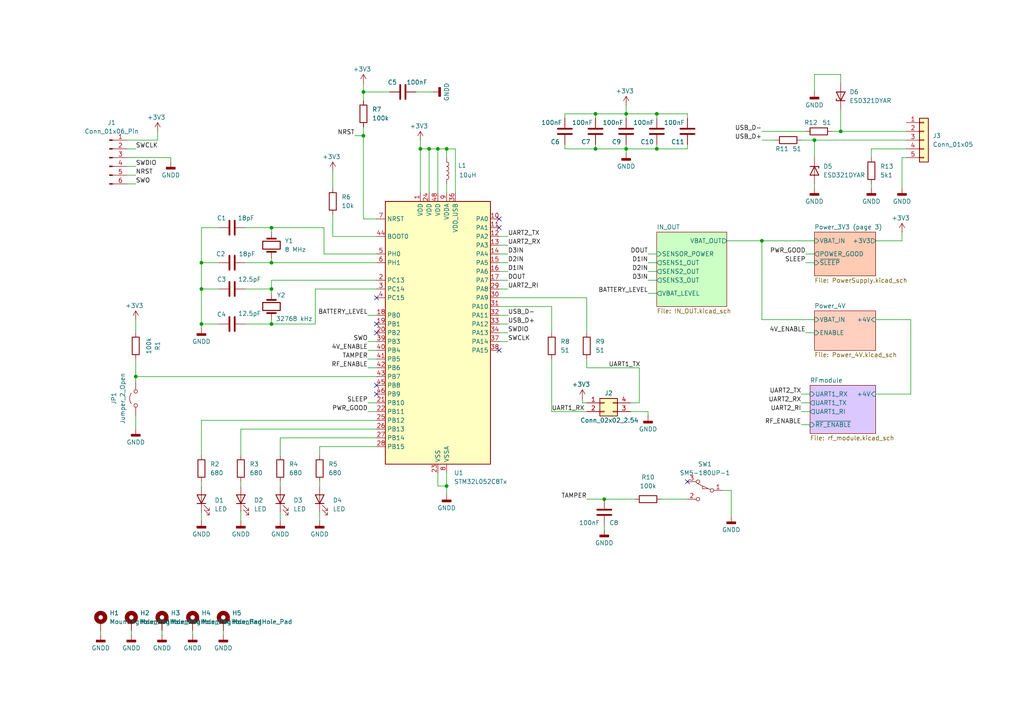
<source format=kicad_sch>
(kicad_sch (version 20250114) (generator "eeschema") (generator_version "9.0")
  (paper "A4")
  (lib_symbols
    (symbol "Connector:Conn_01x06_Pin" (pin_names (offset 1.016) (hide yes))
      (property "Reference" "J" (at 0 7.62 0))
      (property "Value" "Conn_01x06_Pin" (at 0 -10.16 0))
      (symbol "Conn_01x06_Pin_1_1"
        (rectangle (start 0.8636 5.207) (end 0 4.953) (stroke (width 0.1524)) (fill (type outline)))
        (rectangle (start 0.8636 2.667) (end 0 2.413) (stroke (width 0.1524)) (fill (type outline)))
        (rectangle (start 0.8636 0.127) (end 0 -0.127) (stroke (width 0.1524)) (fill (type outline)))
        (rectangle (start 0.8636 -2.413) (end 0 -2.667) (stroke (width 0.1524)) (fill (type outline)))
        (rectangle (start 0.8636 -4.953) (end 0 -5.207) (stroke (width 0.1524)) (fill (type outline)))
        (rectangle (start 0.8636 -7.493) (end 0 -7.747) (stroke (width 0.1524)) (fill (type outline)))
        (polyline (pts (xy 1.27 5.08) (xy 0.8636 5.08)) (stroke (width 0.1524)))
        (polyline (pts (xy 1.27 2.54) (xy 0.8636 2.54)) (stroke (width 0.1524)))
        (polyline (pts (xy 1.27 0) (xy 0.8636 0)) (stroke (width 0.1524)))
        (polyline (pts (xy 1.27 -2.54) (xy 0.8636 -2.54)) (stroke (width 0.1524)))
        (polyline (pts (xy 1.27 -5.08) (xy 0.8636 -5.08)) (stroke (width 0.1524)))
        (polyline (pts (xy 1.27 -7.62) (xy 0.8636 -7.62)) (stroke (width 0.1524)))
        (pin passive line (at 5.08 5.08 180) (length 3.81) (name "Pin_1") (number "1"))
        (pin passive line (at 5.08 2.54 180) (length 3.81) (name "Pin_2") (number "2"))
        (pin passive line (at 5.08 0 180) (length 3.81) (name "Pin_3") (number "3"))
        (pin passive line (at 5.08 -2.54 180) (length 3.81) (name "Pin_4") (number "4"))
        (pin passive line (at 5.08 -5.08 180) (length 3.81) (name "Pin_5") (number "5"))
        (pin passive line (at 5.08 -7.62 180) (length 3.81) (name "Pin_6") (number "6"))
      )
    )
    (symbol "Connector_Generic:Conn_01x05" (pin_names (offset 1.016) (hide yes))
      (property "Reference" "J" (at 0 7.62 0))
      (property "Value" "Conn_01x05" (at 0 -7.62 0))
      (symbol "Conn_01x05_1_1"
        (rectangle (start -1.27 6.35) (end 1.27 -6.35) (stroke (width 0.254)) (fill (type background)))
        (rectangle (start -1.27 5.207) (end 0 4.953) (stroke (width 0.1524)))
        (rectangle (start -1.27 2.667) (end 0 2.413) (stroke (width 0.1524)))
        (rectangle (start -1.27 0.127) (end 0 -0.127) (stroke (width 0.1524)))
        (rectangle (start -1.27 -2.413) (end 0 -2.667) (stroke (width 0.1524)))
        (rectangle (start -1.27 -4.953) (end 0 -5.207) (stroke (width 0.1524)))
        (pin passive line (at -5.08 5.08 0) (length 3.81) (name "Pin_1") (number "1"))
        (pin passive line (at -5.08 2.54 0) (length 3.81) (name "Pin_2") (number "2"))
        (pin passive line (at -5.08 0 0) (length 3.81) (name "Pin_3") (number "3"))
        (pin passive line (at -5.08 -2.54 0) (length 3.81) (name "Pin_4") (number "4"))
        (pin passive line (at -5.08 -5.08 0) (length 3.81) (name "Pin_5") (number "5"))
      )
    )
    (symbol "Connector_Generic:Conn_02x02_Counter_Clockwise" (pin_names (offset 1.016) (hide yes))
      (property "Reference" "J" (at 1.27 2.54 0))
      (property "Value" "Conn_02x02_Counter_Clockwise" (at 1.27 -5.08 0))
      (symbol "Conn_02x02_Counter_Clockwise_1_1"
        (rectangle (start -1.27 1.27) (end 3.81 -3.81) (stroke (width 0.254)) (fill (type background)))
        (rectangle (start -1.27 0.127) (end 0 -0.127) (stroke (width 0.1524)))
        (rectangle (start -1.27 -2.413) (end 0 -2.667) (stroke (width 0.1524)))
        (rectangle (start 3.81 0.127) (end 2.54 -0.127) (stroke (width 0.1524)))
        (rectangle (start 3.81 -2.413) (end 2.54 -2.667) (stroke (width 0.1524)))
        (pin passive line (at -5.08 0 0) (length 3.81) (name "Pin_1") (number "1"))
        (pin passive line (at -5.08 -2.54 0) (length 3.81) (name "Pin_2") (number "2"))
        (pin passive line (at 7.62 0 180) (length 3.81) (name "Pin_4") (number "4"))
        (pin passive line (at 7.62 -2.54 180) (length 3.81) (name "Pin_3") (number "3"))
      )
    )
    (symbol "Device:C" (pin_numbers (hide yes)) (pin_names (offset 0.254))
      (property "Reference" "C" (at 0.635 2.54 0))
      (property "Value" "C" (at 0.635 -2.54 0))
      (symbol "C_0_1"
        (polyline (pts (xy -2.032 0.762) (xy 2.032 0.762)) (stroke (width 0.508)))
        (polyline (pts (xy -2.032 -0.762) (xy 2.032 -0.762)) (stroke (width 0.508)))
      )
      (symbol "C_1_1"
        (pin passive line (at 0 3.81 270) (length 2.794) (name "~") (number "1"))
        (pin passive line (at 0 -3.81 90) (length 2.794) (name "~") (number "2"))
      )
    )
    (symbol "Device:Crystal" (pin_numbers (hide yes)) (pin_names (offset 1.016) (hide yes))
      (property "Reference" "Y" (at 0 3.81 0))
      (property "Value" "Crystal" (at 0 -3.81 0))
      (symbol "Crystal_0_1"
        (polyline (pts (xy -2.54 0) (xy -1.905 0)))
        (polyline (pts (xy -1.905 -1.27) (xy -1.905 1.27)) (stroke (width 0.508)))
        (rectangle (start -1.143 2.54) (end 1.143 -2.54) (stroke (width 0.3048)))
        (polyline (pts (xy 1.905 -1.27) (xy 1.905 1.27)) (stroke (width 0.508)))
        (polyline (pts (xy 2.54 0) (xy 1.905 0)))
      )
      (symbol "Crystal_1_1"
        (pin passive line (at -3.81 0 0) (length 1.27) (name "1") (number "1"))
        (pin passive line (at 3.81 0 180) (length 1.27) (name "2") (number "2"))
      )
    )
    (symbol "Device:L" (pin_numbers (hide yes)) (pin_names (offset 1.016) (hide yes))
      (property "Reference" "L" (at -1.27 0 90))
      (property "Value" "L" (at 1.905 0 90))
      (symbol "L_0_1"
        (arc (start 0 2.54) (mid 0.6323 1.905) (end 0 1.27))
        (arc (start 0 1.27) (mid 0.6323 0.635) (end 0 0))
        (arc (start 0 0) (mid 0.6323 -0.635) (end 0 -1.27))
        (arc (start 0 -1.27) (mid 0.6323 -1.905) (end 0 -2.54))
      )
      (symbol "L_1_1"
        (pin passive line (at 0 3.81 270) (length 1.27) (name "1") (number "1"))
        (pin passive line (at 0 -3.81 90) (length 1.27) (name "2") (number "2"))
      )
    )
    (symbol "Device:LED" (pin_numbers (hide yes)) (pin_names (offset 1.016) (hide yes))
      (property "Reference" "D" (at 0 2.54 0))
      (property "Value" "LED" (at 0 -2.54 0))
      (symbol "LED_0_1"
        (polyline (pts (xy -3.048 -0.762) (xy -4.572 -2.286) (xy -3.81 -2.286) (xy -4.572 -2.286) (xy -4.572 -1.524)))
        (polyline (pts (xy -1.778 -0.762) (xy -3.302 -2.286) (xy -2.54 -2.286) (xy -3.302 -2.286) (xy -3.302 -1.524)))
        (polyline (pts (xy -1.27 0) (xy 1.27 0)))
        (polyline (pts (xy -1.27 -1.27) (xy -1.27 1.27)) (stroke (width 0.254)))
        (polyline (pts (xy 1.27 -1.27) (xy 1.27 1.27) (xy -1.27 0) (xy 1.27 -1.27)) (stroke (width 0.254)))
      )
      (symbol "LED_1_1"
        (pin passive line (at -3.81 0 0) (length 2.54) (name "K") (number "1"))
        (pin passive line (at 3.81 0 180) (length 2.54) (name "A") (number "2"))
      )
    )
    (symbol "Device:R" (pin_numbers (hide yes)) (pin_names (offset 0))
      (property "Reference" "R" (at 2.032 0 90))
      (property "Value" "R" (at 0 0 90))
      (symbol "R_0_1"
        (rectangle (start -1.016 -2.54) (end 1.016 2.54) (stroke (width 0.254)))
      )
      (symbol "R_1_1"
        (pin passive line (at 0 3.81 270) (length 1.27) (name "~") (number "1"))
        (pin passive line (at 0 -3.81 90) (length 1.27) (name "~") (number "2"))
      )
    )
    (symbol "Diode:ESD5Zxx" (pin_numbers (hide yes)) (pin_names (hide yes))
      (property "Reference" "D" (at 0 2.54 0))
      (property "Value" "ESD5Zxx" (at 0 -2.54 0))
      (symbol "ESD5Zxx_0_1"
        (polyline (pts (xy -1.27 -1.27) (xy -1.27 1.27) (xy -0.762 1.27)) (stroke (width 0.254)))
        (polyline (pts (xy 1.27 0) (xy -1.27 0)))
        (polyline (pts (xy 1.27 -1.27) (xy 1.27 1.27) (xy -1.27 0) (xy 1.27 -1.27)) (stroke (width 0.254)))
      )
      (symbol "ESD5Zxx_1_1"
        (pin passive line (at -3.81 0 0) (length 2.54) (name "K") (number "1"))
        (pin passive line (at 3.81 0 180) (length 2.54) (name "A") (number "2"))
      )
    )
    (symbol "Jumper:Jumper_2_Open" (pin_numbers (hide yes)) (pin_names (offset 0) (hide yes)) (exclude_from_sim yes)
      (property "Reference" "JP" (at 0 2.794 0))
      (property "Value" "Jumper_2_Open" (at 0 -2.286 0))
      (symbol "Jumper_2_Open_0_0"
        (circle (center -2.032 0) (radius 0.508))
        (circle (center 2.032 0) (radius 0.508))
      )
      (symbol "Jumper_2_Open_0_1"
        (arc (start -1.524 1.27) (mid 0 1.778) (end 1.524 1.27))
      )
      (symbol "Jumper_2_Open_1_1"
        (pin passive line (at -5.08 0 0) (length 2.54) (name "A") (number "1"))
        (pin passive line (at 5.08 0 180) (length 2.54) (name "B") (number "2"))
      )
    )
    (symbol "MCU_ST_STM32L0:STM32L052C8Tx"
      (property "Reference" "U" (at -15.24 39.37 0))
      (property "Value" "STM32L052C8Tx" (at 7.62 39.37 0))
      (symbol "STM32L052C8Tx_0_1"
        (rectangle (start -15.24 -38.1) (end 15.24 38.1) (stroke (width 0.254)) (fill (type background)))
      )
      (symbol "STM32L052C8Tx_1_1"
        (pin input line (at -17.78 33.02 0) (length 2.54) (name "NRST") (number "7"))
        (pin input line (at -17.78 27.94 0) (length 2.54) (name "BOOT0") (number "44"))
        (pin bidirectional line (at -17.78 22.86 0) (length 2.54) (name "PH0") (number "5"))
        (pin bidirectional line (at -17.78 20.32 0) (length 2.54) (name "PH1") (number "6"))
        (pin bidirectional line (at -17.78 15.24 0) (length 2.54) (name "PC13") (number "2"))
        (pin bidirectional line (at -17.78 12.7 0) (length 2.54) (name "PC14") (number "3"))
        (pin bidirectional line (at -17.78 10.16 0) (length 2.54) (name "PC15") (number "4"))
        (pin bidirectional line (at -17.78 5.08 0) (length 2.54) (name "PB0") (number "18"))
        (pin bidirectional line (at -17.78 2.54 0) (length 2.54) (name "PB1") (number "19"))
        (pin bidirectional line (at -17.78 0 0) (length 2.54) (name "PB2") (number "20"))
        (pin bidirectional line (at -17.78 -2.54 0) (length 2.54) (name "PB3") (number "39"))
        (pin bidirectional line (at -17.78 -5.08 0) (length 2.54) (name "PB4") (number "40"))
        (pin bidirectional line (at -17.78 -7.62 0) (length 2.54) (name "PB5") (number "41"))
        (pin bidirectional line (at -17.78 -10.16 0) (length 2.54) (name "PB6") (number "42"))
        (pin bidirectional line (at -17.78 -12.7 0) (length 2.54) (name "PB7") (number "43"))
        (pin bidirectional line (at -17.78 -15.24 0) (length 2.54) (name "PB8") (number "45"))
        (pin bidirectional line (at -17.78 -17.78 0) (length 2.54) (name "PB9") (number "46"))
        (pin bidirectional line (at -17.78 -20.32 0) (length 2.54) (name "PB10") (number "21"))
        (pin bidirectional line (at -17.78 -22.86 0) (length 2.54) (name "PB11") (number "22"))
        (pin bidirectional line (at -17.78 -25.4 0) (length 2.54) (name "PB12") (number "25"))
        (pin bidirectional line (at -17.78 -27.94 0) (length 2.54) (name "PB13") (number "26"))
        (pin bidirectional line (at -17.78 -30.48 0) (length 2.54) (name "PB14") (number "27"))
        (pin bidirectional line (at -17.78 -33.02 0) (length 2.54) (name "PB15") (number "28"))
        (pin power_in line (at -5.08 40.64 270) (length 2.54) (name "VDD") (number "1"))
        (pin power_in line (at -2.54 40.64 270) (length 2.54) (name "VDD") (number "24"))
        (pin power_in line (at 0 40.64 270) (length 2.54) (name "VDD") (number "48"))
        (pin power_in line (at 0 -40.64 90) (length 2.54) (name "VSS") (number "23"))
        (pin passive line (at 0 -40.64 90) (length 2.54) (hide yes) (name "VSS") (number "35"))
        (pin passive line (at 0 -40.64 90) (length 2.54) (hide yes) (name "VSS") (number "47"))
        (pin power_in line (at 2.54 40.64 270) (length 2.54) (name "VDDA") (number "9"))
        (pin power_in line (at 2.54 -40.64 90) (length 2.54) (name "VSSA") (number "8"))
        (pin power_in line (at 5.08 40.64 270) (length 2.54) (name "VDD_USB") (number "36"))
        (pin bidirectional line (at 17.78 33.02 180) (length 2.54) (name "PA0") (number "10"))
        (pin bidirectional line (at 17.78 30.48 180) (length 2.54) (name "PA1") (number "11"))
        (pin bidirectional line (at 17.78 27.94 180) (length 2.54) (name "PA2") (number "12"))
        (pin bidirectional line (at 17.78 25.4 180) (length 2.54) (name "PA3") (number "13"))
        (pin bidirectional line (at 17.78 22.86 180) (length 2.54) (name "PA4") (number "14"))
        (pin bidirectional line (at 17.78 20.32 180) (length 2.54) (name "PA5") (number "15"))
        (pin bidirectional line (at 17.78 17.78 180) (length 2.54) (name "PA6") (number "16"))
        (pin bidirectional line (at 17.78 15.24 180) (length 2.54) (name "PA7") (number "17"))
        (pin bidirectional line (at 17.78 12.7 180) (length 2.54) (name "PA8") (number "29"))
        (pin bidirectional line (at 17.78 10.16 180) (length 2.54) (name "PA9") (number "30"))
        (pin bidirectional line (at 17.78 7.62 180) (length 2.54) (name "PA10") (number "31"))
        (pin bidirectional line (at 17.78 5.08 180) (length 2.54) (name "PA11") (number "32"))
        (pin bidirectional line (at 17.78 2.54 180) (length 2.54) (name "PA12") (number "33"))
        (pin bidirectional line (at 17.78 0 180) (length 2.54) (name "PA13") (number "34"))
        (pin bidirectional line (at 17.78 -2.54 180) (length 2.54) (name "PA14") (number "37"))
        (pin bidirectional line (at 17.78 -5.08 180) (length 2.54) (name "PA15") (number "38"))
      )
    )
    (symbol "Mechanical:MountingHole_Pad" (pin_numbers (hide yes)) (pin_names (offset 1.016) (hide yes)) (exclude_from_sim yes) (in_bom no)
      (property "Reference" "H" (at 0 6.35 0))
      (property "Value" "MountingHole_Pad" (at 0 4.445 0))
      (symbol "MountingHole_Pad_0_1"
        (circle (center 0 1.27) (radius 1.27) (stroke (width 1.27)))
      )
      (symbol "MountingHole_Pad_1_1"
        (pin input line (at 0 -2.54 90) (length 2.54) (name "1") (number "1"))
      )
    )
    (symbol "power:+3.3V" (power) (pin_numbers (hide yes)) (pin_names (offset 0) (hide yes))
      (property "Value" "+3.3V" (at 0 3.556 0))
      (symbol "+3.3V_0_1"
        (polyline (pts (xy -0.762 1.27) (xy 0 2.54)))
        (polyline (pts (xy 0 2.54) (xy 0.762 1.27)))
        (polyline (pts (xy 0 0) (xy 0 2.54)))
      )
      (symbol "+3.3V_1_1"
        (pin power_in line (at 0 0 90) (length 0) (name "~") (number "1"))
      )
    )
    (symbol "power:GNDD" (power) (pin_numbers (hide yes)) (pin_names (offset 0) (hide yes))
      (property "Value" "GNDD" (at 0 -3.175 0))
      (symbol "GNDD_0_1"
        (rectangle (start -1.27 -1.524) (end 1.27 -2.032) (stroke (width 0.254)) (fill (type outline)))
        (polyline (pts (xy 0 0) (xy 0 -1.524)))
      )
      (symbol "GNDD_1_1"
        (pin power_in line (at 0 0 270) (length 0) (name "~") (number "1"))
      )
    )
    (symbol "symbols:SW_SPDT_XKB_SMx-xxxx-1" (pin_names (offset 0) (hide yes))
      (property "Reference" "SW" (at 0 4.318 0))
      (property "Value" "SW_SPDT_XKB_SMx-xxxx-1" (at 0 -5.588 0))
      (symbol "SW_SPDT_XKB_SMx-xxxx-1_1_1"
        (circle (center -2.032 0) (radius 0.508))
        (polyline (pts (xy -1.524 0.254) (xy 2.286 2.032)))
        (polyline (pts (xy -0.762 0.508) (xy 0.762 0.508) (xy 0.762 1.27)))
        (circle (center 2.032 2.54) (radius 0.508))
        (circle (center 2.032 -2.54) (radius 0.508))
        (pin passive line (at -5.08 0 0) (length 2.54) (name "A") (number "1"))
        (pin passive line (at 5.08 2.54 180) (length 2.54) (name "C") (number "3"))
        (pin passive line (at 5.08 -2.54 180) (length 2.54) (name "B") (number "2"))
      )
    )
  )
  (junction (at 58.42 76.2))
  (junction (at 243.84 38.1))
  (junction (at 78.74 76.2))
  (junction (at 175.26 144.78))
  (junction (at 236.22 40.64))
  (junction (at 78.74 66.04))
  (junction (at 105.41 39.37))
  (junction (at 129.54 43.18))
  (junction (at 58.42 83.82))
  (junction (at 105.41 26.67))
  (junction (at 129.54 140.97))
  (junction (at 181.61 33.02))
  (junction (at 172.72 43.18))
  (junction (at 58.42 93.98))
  (junction (at 39.37 109.22))
  (junction (at 172.72 33.02))
  (junction (at 190.5 43.18))
  (junction (at 181.61 43.18))
  (junction (at 190.5 33.02))
  (junction (at 78.74 93.98))
  (junction (at 121.92 43.18))
  (junction (at 220.98 69.85))
  (junction (at 127 43.18))
  (junction (at 124.46 43.18))
  (junction (at 78.74 83.82))
  (no_connect (at 144.78 101.6))
  (no_connect (at 144.78 66.04))
  (no_connect (at 109.22 111.76))
  (no_connect (at 144.78 63.5))
  (no_connect (at 109.22 93.98))
  (no_connect (at 109.22 114.3))
  (no_connect (at 199.39 139.7))
  (no_connect (at 109.22 96.52))
  (no_connect (at 109.22 86.36))
  (wire (pts (xy 187.96 78.74) (xy 190.5 78.74)))
  (wire (pts (xy 172.72 33.02) (xy 172.72 34.29)))
  (wire (pts (xy 64.77 182.88) (xy 64.77 184.15)))
  (wire (pts (xy 233.68 76.2) (xy 236.22 76.2)))
  (wire (pts (xy 129.54 43.18) (xy 127 43.18)))
  (wire (pts (xy 144.78 96.52) (xy 147.32 96.52)))
  (wire (pts (xy 172.72 41.91) (xy 172.72 43.18)))
  (wire (pts (xy 160.02 104.14) (xy 160.02 119.38)))
  (wire (pts (xy 129.54 43.18) (xy 129.54 45.72)))
  (wire (pts (xy 236.22 21.59) (xy 243.84 21.59)))
  (wire (pts (xy 209.55 142.24) (xy 212.09 142.24)))
  (wire (pts (xy 71.12 83.82) (xy 78.74 83.82)))
  (wire (pts (xy 121.92 43.18) (xy 124.46 43.18)))
  (wire (pts (xy 232.41 119.38) (xy 234.95 119.38)))
  (wire (pts (xy 132.08 55.88) (xy 132.08 43.18)))
  (wire (pts (xy 220.98 38.1) (xy 233.68 38.1)))
  (wire (pts (xy 58.42 76.2) (xy 63.5 76.2)))
  (wire (pts (xy 254 114.3) (xy 264.16 114.3)))
  (wire (pts (xy 71.12 66.04) (xy 78.74 66.04)))
  (wire (pts (xy 69.85 139.7) (xy 69.85 140.97)))
  (wire (pts (xy 81.28 127) (xy 109.22 127)))
  (wire (pts (xy 121.92 40.64) (xy 121.92 43.18)))
  (wire (pts (xy 220.98 40.64) (xy 224.79 40.64)))
  (wire (pts (xy 78.74 92.71) (xy 78.74 93.98)))
  (wire (pts (xy 92.71 139.7) (xy 92.71 140.97)))
  (wire (pts (xy 78.74 83.82) (xy 78.74 85.09)))
  (wire (pts (xy 58.42 66.04) (xy 58.42 76.2)))
  (wire (pts (xy 168.91 115.57) (xy 168.91 116.84)))
  (wire (pts (xy 232.41 123.19) (xy 234.95 123.19)))
  (wire (pts (xy 58.42 93.98) (xy 58.42 95.25)))
  (wire (pts (xy 105.41 26.67) (xy 105.41 29.21)))
  (wire (pts (xy 144.78 76.2) (xy 147.32 76.2)))
  (wire (pts (xy 181.61 33.02) (xy 190.5 33.02)))
  (wire (pts (xy 236.22 45.72) (xy 236.22 40.64)))
  (wire (pts (xy 39.37 109.22) (xy 109.22 109.22)))
  (wire (pts (xy 105.41 24.13) (xy 105.41 26.67)))
  (wire (pts (xy 58.42 83.82) (xy 58.42 93.98)))
  (wire (pts (xy 184.15 144.78) (xy 175.26 144.78)))
  (wire (pts (xy 106.68 101.6) (xy 109.22 101.6)))
  (wire (pts (xy 181.61 43.18) (xy 190.5 43.18)))
  (wire (pts (xy 163.83 34.29) (xy 163.83 33.02)))
  (wire (pts (xy 252.73 45.72) (xy 252.73 43.18)))
  (wire (pts (xy 187.96 73.66) (xy 190.5 73.66)))
  (wire (pts (xy 181.61 41.91) (xy 181.61 43.18)))
  (wire (pts (xy 36.83 48.26) (xy 39.37 48.26)))
  (wire (pts (xy 55.88 182.88) (xy 55.88 184.15)))
  (wire (pts (xy 243.84 21.59) (xy 243.84 24.13)))
  (wire (pts (xy 105.41 63.5) (xy 109.22 63.5)))
  (wire (pts (xy 58.42 93.98) (xy 63.5 93.98)))
  (wire (pts (xy 58.42 121.92) (xy 109.22 121.92)))
  (wire (pts (xy 109.22 106.68) (xy 106.68 106.68)))
  (wire (pts (xy 39.37 109.22) (xy 39.37 110.49)))
  (wire (pts (xy 78.74 93.98) (xy 91.44 93.98)))
  (wire (pts (xy 71.12 76.2) (xy 78.74 76.2)))
  (wire (pts (xy 144.78 99.06) (xy 147.32 99.06)))
  (wire (pts (xy 191.77 144.78) (xy 199.39 144.78)))
  (wire (pts (xy 105.41 39.37) (xy 105.41 63.5)))
  (wire (pts (xy 175.26 152.4) (xy 175.26 153.67)))
  (wire (pts (xy 120.65 26.67) (xy 125.73 26.67)))
  (wire (pts (xy 39.37 92.71) (xy 39.37 96.52)))
  (wire (pts (xy 236.22 40.64) (xy 262.89 40.64)))
  (wire (pts (xy 252.73 43.18) (xy 262.89 43.18)))
  (wire (pts (xy 36.83 53.34) (xy 39.37 53.34)))
  (wire (pts (xy 232.41 40.64) (xy 236.22 40.64)))
  (wire (pts (xy 172.72 33.02) (xy 181.61 33.02)))
  (wire (pts (xy 254 92.71) (xy 264.16 92.71)))
  (wire (pts (xy 210.82 69.85) (xy 220.98 69.85)))
  (wire (pts (xy 106.68 116.84) (xy 109.22 116.84)))
  (wire (pts (xy 91.44 93.98) (xy 91.44 83.82)))
  (wire (pts (xy 58.42 139.7) (xy 58.42 140.97)))
  (wire (pts (xy 71.12 93.98) (xy 78.74 93.98)))
  (wire (pts (xy 106.68 119.38) (xy 109.22 119.38)))
  (wire (pts (xy 49.53 45.72) (xy 49.53 46.99)))
  (wire (pts (xy 160.02 88.9) (xy 144.78 88.9)))
  (wire (pts (xy 264.16 92.71) (xy 264.16 114.3)))
  (wire (pts (xy 144.78 91.44) (xy 147.32 91.44)))
  (wire (pts (xy 58.42 132.08) (xy 58.42 121.92)))
  (wire (pts (xy 58.42 83.82) (xy 63.5 83.82)))
  (wire (pts (xy 78.74 81.28) (xy 109.22 81.28)))
  (wire (pts (xy 170.18 144.78) (xy 175.26 144.78)))
  (wire (pts (xy 144.78 78.74) (xy 147.32 78.74)))
  (wire (pts (xy 96.52 49.53) (xy 96.52 54.61)))
  (wire (pts (xy 132.08 43.18) (xy 129.54 43.18)))
  (wire (pts (xy 181.61 43.18) (xy 181.61 44.45)))
  (wire (pts (xy 236.22 53.34) (xy 236.22 54.61)))
  (wire (pts (xy 29.21 182.88) (xy 29.21 184.15)))
  (wire (pts (xy 233.68 96.52) (xy 236.22 96.52)))
  (wire (pts (xy 92.71 148.59) (xy 92.71 151.13)))
  (wire (pts (xy 69.85 148.59) (xy 69.85 151.13)))
  (wire (pts (xy 234.95 116.84) (xy 232.41 116.84)))
  (wire (pts (xy 127 55.88) (xy 127 43.18)))
  (wire (pts (xy 92.71 129.54) (xy 109.22 129.54)))
  (wire (pts (xy 262.89 45.72) (xy 261.62 45.72)))
  (wire (pts (xy 236.22 92.71) (xy 220.98 92.71)))
  (wire (pts (xy 121.92 43.18) (xy 121.92 55.88)))
  (wire (pts (xy 236.22 26.67) (xy 236.22 21.59)))
  (wire (pts (xy 187.96 119.38) (xy 187.96 120.65)))
  (wire (pts (xy 144.78 83.82) (xy 147.32 83.82)))
  (wire (pts (xy 69.85 132.08) (xy 69.85 124.46)))
  (wire (pts (xy 39.37 120.65) (xy 39.37 124.46)))
  (wire (pts (xy 127 140.97) (xy 129.54 140.97)))
  (wire (pts (xy 190.5 33.02) (xy 199.39 33.02)))
  (wire (pts (xy 78.74 66.04) (xy 93.98 66.04)))
  (wire (pts (xy 220.98 69.85) (xy 236.22 69.85)))
  (wire (pts (xy 78.74 83.82) (xy 78.74 81.28)))
  (wire (pts (xy 36.83 50.8) (xy 39.37 50.8)))
  (wire (pts (xy 124.46 43.18) (xy 124.46 55.88)))
  (wire (pts (xy 170.18 96.52) (xy 170.18 86.36)))
  (wire (pts (xy 163.83 33.02) (xy 172.72 33.02)))
  (wire (pts (xy 163.83 43.18) (xy 172.72 43.18)))
  (wire (pts (xy 160.02 119.38) (xy 170.18 119.38)))
  (wire (pts (xy 190.5 33.02) (xy 190.5 34.29)))
  (wire (pts (xy 81.28 132.08) (xy 81.28 127)))
  (wire (pts (xy 36.83 43.18) (xy 39.37 43.18)))
  (wire (pts (xy 187.96 76.2) (xy 190.5 76.2)))
  (wire (pts (xy 199.39 34.29) (xy 199.39 33.02)))
  (wire (pts (xy 127 43.18) (xy 124.46 43.18)))
  (wire (pts (xy 181.61 33.02) (xy 181.61 34.29)))
  (wire (pts (xy 78.74 67.31) (xy 78.74 66.04)))
  (wire (pts (xy 199.39 41.91) (xy 199.39 43.18)))
  (wire (pts (xy 187.96 85.09) (xy 190.5 85.09)))
  (wire (pts (xy 144.78 68.58) (xy 147.32 68.58)))
  (wire (pts (xy 106.68 104.14) (xy 109.22 104.14)))
  (wire (pts (xy 168.91 116.84) (xy 170.18 116.84)))
  (wire (pts (xy 234.95 114.3) (xy 232.41 114.3)))
  (wire (pts (xy 190.5 41.91) (xy 190.5 43.18)))
  (wire (pts (xy 113.03 26.67) (xy 105.41 26.67)))
  (wire (pts (xy 129.54 53.34) (xy 129.54 55.88)))
  (wire (pts (xy 144.78 73.66) (xy 147.32 73.66)))
  (wire (pts (xy 92.71 132.08) (xy 92.71 129.54)))
  (wire (pts (xy 93.98 73.66) (xy 109.22 73.66)))
  (wire (pts (xy 144.78 71.12) (xy 147.32 71.12)))
  (wire (pts (xy 144.78 86.36) (xy 170.18 86.36)))
  (wire (pts (xy 160.02 96.52) (xy 160.02 88.9)))
  (wire (pts (xy 172.72 43.18) (xy 181.61 43.18)))
  (wire (pts (xy 58.42 148.59) (xy 58.42 151.13)))
  (wire (pts (xy 36.83 45.72) (xy 49.53 45.72)))
  (wire (pts (xy 38.1 182.88) (xy 38.1 184.15)))
  (wire (pts (xy 81.28 148.59) (xy 81.28 151.13)))
  (wire (pts (xy 93.98 66.04) (xy 93.98 73.66)))
  (wire (pts (xy 243.84 31.75) (xy 243.84 38.1)))
  (wire (pts (xy 170.18 106.68) (xy 185.42 106.68)))
  (wire (pts (xy 170.18 104.14) (xy 170.18 106.68)))
  (wire (pts (xy 78.74 76.2) (xy 109.22 76.2)))
  (wire (pts (xy 109.22 68.58) (xy 96.52 68.58)))
  (wire (pts (xy 252.73 53.34) (xy 252.73 54.61)))
  (wire (pts (xy 109.22 91.44) (xy 106.68 91.44)))
  (wire (pts (xy 91.44 83.82) (xy 109.22 83.82)))
  (wire (pts (xy 254 69.85) (xy 261.62 69.85)))
  (wire (pts (xy 39.37 104.14) (xy 39.37 109.22)))
  (wire (pts (xy 109.22 99.06) (xy 106.68 99.06)))
  (wire (pts (xy 46.99 182.88) (xy 46.99 184.15)))
  (wire (pts (xy 96.52 68.58) (xy 96.52 62.23)))
  (wire (pts (xy 185.42 116.84) (xy 182.88 116.84)))
  (wire (pts (xy 129.54 140.97) (xy 129.54 137.16)))
  (wire (pts (xy 58.42 76.2) (xy 58.42 83.82)))
  (wire (pts (xy 78.74 74.93) (xy 78.74 76.2)))
  (wire (pts (xy 261.62 45.72) (xy 261.62 54.61)))
  (wire (pts (xy 233.68 73.66) (xy 236.22 73.66)))
  (wire (pts (xy 187.96 81.28) (xy 190.5 81.28)))
  (wire (pts (xy 243.84 38.1) (xy 262.89 38.1)))
  (wire (pts (xy 105.41 36.83) (xy 105.41 39.37)))
  (wire (pts (xy 144.78 81.28) (xy 147.32 81.28)))
  (wire (pts (xy 129.54 143.51) (xy 129.54 140.97)))
  (wire (pts (xy 181.61 30.48) (xy 181.61 33.02)))
  (wire (pts (xy 102.87 39.37) (xy 105.41 39.37)))
  (wire (pts (xy 36.83 40.64) (xy 45.72 40.64)))
  (wire (pts (xy 185.42 106.68) (xy 185.42 116.84)))
  (wire (pts (xy 127 137.16) (xy 127 140.97)))
  (wire (pts (xy 63.5 66.04) (xy 58.42 66.04)))
  (wire (pts (xy 69.85 124.46) (xy 109.22 124.46)))
  (wire (pts (xy 163.83 41.91) (xy 163.83 43.18)))
  (wire (pts (xy 212.09 142.24) (xy 212.09 149.86)))
  (wire (pts (xy 144.78 93.98) (xy 147.32 93.98)))
  (wire (pts (xy 241.3 38.1) (xy 243.84 38.1)))
  (wire (pts (xy 182.88 119.38) (xy 187.96 119.38)))
  (wire (pts (xy 81.28 139.7) (xy 81.28 140.97)))
  (wire (pts (xy 45.72 40.64) (xy 45.72 38.1)))
  (wire (pts (xy 220.98 92.71) (xy 220.98 69.85)))
  (wire (pts (xy 190.5 43.18) (xy 199.39 43.18)))
  (wire (pts (xy 261.62 69.85) (xy 261.62 67.31)))
  (label "DOUT" (at 187.96 73.66 180))
  (label "D1IN" (at 147.32 78.74 0))
  (label "UART1_TX" (at 176.53 106.68 0))
  (label "SWDIO" (at 39.37 48.26 0))
  (label "D3IN" (at 147.32 73.66 0))
  (label "UART2_RI" (at 147.32 83.82 0))
  (label "4V_ENABLE" (at 233.68 96.52 180))
  (label "USB_D+" (at 147.32 93.98 0))
  (label "D1IN" (at 187.96 76.2 180))
  (label "D2IN" (at 147.32 76.2 0))
  (label "SWCLK" (at 39.37 43.18 0))
  (label "SLEEP" (at 106.68 116.84 180))
  (label "TAMPER" (at 170.18 144.78 180))
  (label "UART2_TX" (at 232.41 114.3 180))
  (label "UART2_RI" (at 232.41 119.38 180))
  (label "SLEEP" (at 233.68 76.2 180))
  (label "NRST" (at 39.37 50.8 0))
  (label "UART2_RX" (at 147.32 71.12 0))
  (label "USB_D+" (at 220.98 40.64 180))
  (label "4V_ENABLE" (at 106.68 101.6 180))
  (label "SWCLK" (at 147.32 99.06 0))
  (label "D2IN" (at 187.96 78.74 180))
  (label "USB_D-" (at 147.32 91.44 0))
  (label "UART1_RX" (at 160.02 119.38 0))
  (label "UART2_TX" (at 147.32 68.58 0))
  (label "PWR_GOOD" (at 106.68 119.38 180))
  (label "RF_ENABLE" (at 106.68 106.68 180))
  (label "RF_ENABLE" (at 232.41 123.19 180))
  (label "D3IN" (at 187.96 81.28 180))
  (label "BATTERY_LEVEL" (at 106.68 91.44 180))
  (label "TAMPER" (at 106.68 104.14 180))
  (label "SWDIO" (at 147.32 96.52 0))
  (label "SWO" (at 106.68 99.06 180))
  (label "USB_D-" (at 220.98 38.1 180))
  (label "DOUT" (at 147.32 81.28 0))
  (label "PWR_GOOD" (at 233.68 73.66 180))
  (label "SWO" (at 39.37 53.34 0))
  (label "BATTERY_LEVEL" (at 187.96 85.09 180))
  (label "UART2_RX" (at 232.41 116.84 180))
  (label "NRST" (at 102.87 39.37 180))
  (symbol (lib_id "power:GNDD") (at 129.54 143.51 0) (unit 1)
    (property "Reference" "#PWR019" (effects (hide yes)))
    (property "Value" "GNDD" (at 129.54 147.32 0))
    (property "Description" "Power symbol creates a global label with name \"GNDD\" , digital ground" (effects (hide yes)))
  )
  (symbol (lib_id "Device:R") (at 92.71 135.89 0) (unit 1)
    (property "Reference" "R5" (at 95.25 134.6199 0) (effects (justify left)))
    (property "Value" "680" (at 95.25 137.1599 0) (effects (justify left)))
    (property "Footprint" "Resistor_SMD:R_0805_2012Metric_Pad1.20x1.40mm_HandSolder" (effects (hide yes)))
    (property "Description" "Resistor" (effects (hide yes)))
  )
  (symbol (lib_id "power:GNDD") (at 58.42 95.25 0) (unit 1)
    (property "Reference" "#PWR09" (effects (hide yes)))
    (property "Value" "GNDD" (at 58.42 99.06 0))
    (property "Description" "Power symbol creates a global label with name \"GNDD\" , digital ground" (effects (hide yes)))
  )
  (symbol (lib_id "power:GNDD") (at 81.28 151.13 0) (unit 1)
    (property "Reference" "#PWR013" (effects (hide yes)))
    (property "Value" "GNDD" (at 81.28 154.94 0))
    (property "Description" "Power symbol creates a global label with name \"GNDD\" , digital ground" (effects (hide yes)))
  )
  (symbol (lib_id "power:GNDD") (at 46.99 184.15 0) (unit 1)
    (property "Reference" "#PWR06" (effects (hide yes)))
    (property "Value" "GNDD" (at 46.99 187.96 0))
    (property "Description" "Power symbol creates a global label with name \"GNDD\" , digital ground" (effects (hide yes)))
  )
  (symbol (lib_id "power:GNDD") (at 29.21 184.15 0) (unit 1)
    (property "Reference" "#PWR01" (effects (hide yes)))
    (property "Value" "GNDD" (at 29.21 187.96 0))
    (property "Description" "Power symbol creates a global label with name \"GNDD\" , digital ground" (effects (hide yes)))
  )
  (symbol (lib_id "Device:C") (at 172.72 38.1 180) (unit 1)
    (property "Reference" "C7" (at 169.926 41.148 0))
    (property "Value" "100nF" (at 168.91 35.56 0))
    (property "Footprint" "Capacitor_SMD:C_0805_2012Metric_Pad1.18x1.45mm_HandSolder" (effects (hide yes)))
    (property "Description" "Unpolarized capacitor" (effects (hide yes)))
  )
  (symbol (lib_id "Mechanical:MountingHole_Pad") (at 46.99 180.34 0) (unit 1) (exclude_from_sim yes) (in_bom no)
    (property "Reference" "H3" (at 49.53 177.7999 0) (effects (justify left)))
    (property "Value" "MountingHole_Pad" (at 49.53 180.3399 0) (effects (justify left)))
    (property "Footprint" "MountingHole:MountingHole_4.3mm_M4_DIN965_Pad" (effects (hide yes)))
    (property "Description" "Mounting Hole with connection" (effects (hide yes)))
  )
  (symbol (lib_id "Device:Crystal") (at 78.74 71.12 90) (unit 1)
    (property "Reference" "Y1" (at 82.55 69.8499 90) (effects (justify right)))
    (property "Value" "8 MHz" (at 82.55 72.3899 90) (effects (justify right)))
    (property "Footprint" "Crystal:Crystal_HC49-4H_Vertical" (effects (hide yes)))
    (property "Description" "Two pin crystal" (effects (hide yes)))
  )
  (symbol (lib_id "power:GNDD") (at 252.73 54.61 0) (unit 1)
    (property "Reference" "#PWR028" (effects (hide yes)))
    (property "Value" "GNDD" (at 252.73 58.42 0))
    (property "Description" "Power symbol creates a global label with name \"GNDD\" , digital ground" (effects (hide yes)))
  )
  (symbol (lib_id "power:+3.3V") (at 105.41 24.13 0) (unit 1)
    (property "Reference" "#PWR016" (effects (hide yes)))
    (property "Value" "+3V3" (at 102.362 20.066 0) (effects (justify left)))
    (property "Description" "Power symbol creates a global label with name \"+3.3V\"" (effects (hide yes)))
  )
  (symbol (lib_id "power:+3.3V") (at 181.61 30.48 0) (unit 1)
    (property "Reference" "#PWR022" (effects (hide yes)))
    (property "Value" "+3V3" (at 178.562 26.416 0) (effects (justify left)))
    (property "Description" "Power symbol creates a global label with name \"+3.3V\"" (effects (hide yes)))
  )
  (symbol (lib_id "Device:R") (at 96.52 58.42 0) (unit 1)
    (property "Reference" "R6" (at 99.06 57.1499 0) (effects (justify left)))
    (property "Value" "10k" (at 99.06 59.6899 0) (effects (justify left)))
    (property "Footprint" "Resistor_SMD:R_0805_2012Metric_Pad1.20x1.40mm_HandSolder" (effects (hide yes)))
    (property "Description" "Resistor" (effects (hide yes)))
  )
  (symbol (lib_id "power:GNDD") (at 125.73 26.67 90) (unit 1)
    (property "Reference" "#PWR018" (effects (hide yes)))
    (property "Value" "GNDD" (at 129.54 26.67 0))
    (property "Description" "Power symbol creates a global label with name \"GNDD\" , digital ground" (effects (hide yes)))
  )
  (symbol (lib_id "Device:LED") (at 92.71 144.78 90) (unit 1)
    (property "Reference" "D4" (at 96.52 145.0974 90) (effects (justify right)))
    (property "Value" "LED" (at 96.52 147.6374 90) (effects (justify right)))
    (property "Footprint" "LED_SMD:LED_0805_2012Metric_Pad1.15x1.40mm_HandSolder" (effects (hide yes)))
    (property "Description" "Light emitting diode" (effects (hide yes)))
    (property "Sim.Pins" "1=K 2=A" (effects (hide yes)))
  )
  (symbol (lib_id "Device:C") (at 67.31 66.04 90) (unit 1)
    (property "Reference" "C1" (at 64.262 63.246 90))
    (property "Value" "18pF" (at 71.374 63.246 90))
    (property "Footprint" "Capacitor_SMD:C_0805_2012Metric_Pad1.18x1.45mm_HandSolder" (effects (hide yes)))
    (property "Description" "Unpolarized capacitor" (effects (hide yes)))
  )
  (symbol (lib_id "Device:R") (at 69.85 135.89 0) (unit 1)
    (property "Reference" "R3" (at 72.39 134.6199 0) (effects (justify left)))
    (property "Value" "680" (at 72.39 137.1599 0) (effects (justify left)))
    (property "Footprint" "Resistor_SMD:R_0805_2012Metric_Pad1.20x1.40mm_HandSolder" (effects (hide yes)))
    (property "Description" "Resistor" (effects (hide yes)))
  )
  (symbol (lib_id "Device:C") (at 67.31 93.98 90) (unit 1)
    (property "Reference" "C4" (at 64.262 91.186 90))
    (property "Value" "12.5pF" (at 72.39 90.932 90))
    (property "Footprint" "Capacitor_SMD:C_0805_2012Metric_Pad1.18x1.45mm_HandSolder" (effects (hide yes)))
    (property "Description" "Unpolarized capacitor" (effects (hide yes)))
  )
  (symbol (lib_id "power:GNDD") (at 187.96 120.65 0) (unit 1)
    (property "Reference" "#PWR024" (effects (hide yes)))
    (property "Value" "GNDD" (at 187.96 124.46 0))
    (property "Description" "Power symbol creates a global label with name \"GNDD\" , digital ground" (effects (hide yes)))
  )
  (symbol (lib_id "power:GNDD") (at 236.22 26.67 0) (unit 1)
    (property "Reference" "#PWR026" (effects (hide yes)))
    (property "Value" "GNDD" (at 236.22 30.48 0))
    (property "Description" "Power symbol creates a global label with name \"GNDD\" , digital ground" (effects (hide yes)))
  )
  (symbol (lib_id "power:GNDD") (at 175.26 153.67 0) (mirror y) (unit 1)
    (property "Reference" "#PWR021" (effects (hide yes)))
    (property "Value" "GNDD" (at 175.26 157.48 0))
    (property "Description" "Power symbol creates a global label with name \"GNDD\" , digital ground" (effects (hide yes)))
  )
  (symbol (lib_id "power:+3.3V") (at 121.92 40.64 0) (unit 1)
    (property "Reference" "#PWR017" (effects (hide yes)))
    (property "Value" "+3V3" (at 118.872 36.576 0) (effects (justify left)))
    (property "Description" "Power symbol creates a global label with name \"+3.3V\"" (effects (hide yes)))
  )
  (symbol (lib_id "Jumper:Jumper_2_Open") (at 39.37 115.57 90) (unit 1) (exclude_from_sim yes)
    (property "Reference" "JP1" (at 33.02 115.57 0))
    (property "Value" "Jumper_2_Open" (at 35.56 115.57 0))
    (property "Footprint" "TestPoint:TestPoint_2Pads_Pitch2.54mm_Drill0.8mm" (effects (hide yes)))
    (property "Description" "Jumper, 2-pole, open" (effects (hide yes)))
  )
  (symbol (lib_id "Mechanical:MountingHole_Pad") (at 55.88 180.34 0) (unit 1) (exclude_from_sim yes) (in_bom no)
    (property "Reference" "H4" (at 58.42 177.7999 0) (effects (justify left)))
    (property "Value" "MountingHole_Pad" (at 58.42 180.3399 0) (effects (justify left)))
    (property "Footprint" "MountingHole:MountingHole_4.3mm_M4_DIN965_Pad" (effects (hide yes)))
    (property "Description" "Mounting Hole with connection" (effects (hide yes)))
  )
  (symbol (lib_id "Mechanical:MountingHole_Pad") (at 38.1 180.34 0) (unit 1) (exclude_from_sim yes) (in_bom no)
    (property "Reference" "H2" (at 40.64 177.7999 0) (effects (justify left)))
    (property "Value" "MountingHole_Pad" (at 40.64 180.3399 0) (effects (justify left)))
    (property "Footprint" "MountingHole:MountingHole_4.3mm_M4_DIN965_Pad" (effects (hide yes)))
    (property "Description" "Mounting Hole with connection" (effects (hide yes)))
  )
  (symbol (lib_id "Device:C") (at 175.26 148.59 0) (mirror x) (unit 1)
    (property "Reference" "C8" (at 178.054 151.638 0))
    (property "Value" "100nF" (at 170.942 151.638 0))
    (property "Footprint" "Capacitor_SMD:C_0805_2012Metric_Pad1.18x1.45mm_HandSolder" (effects (hide yes)))
    (property "Description" "Unpolarized capacitor" (effects (hide yes)))
  )
  (symbol (lib_id "power:+3.3V") (at 261.62 67.31 0) (unit 1)
    (property "Reference" "#PWR030" (effects (hide yes)))
    (property "Value" "+3V3" (at 258.572 63.246 0) (effects (justify left)))
    (property "Description" "Power symbol creates a global label with name \"+3.3V\"" (effects (hide yes)))
  )
  (symbol (lib_id "Device:R") (at 237.49 38.1 90) (unit 1)
    (property "Reference" "R12" (at 235.204 35.56 90))
    (property "Value" "51" (at 239.776 35.56 90))
    (property "Footprint" "Resistor_SMD:R_0805_2012Metric_Pad1.20x1.40mm_HandSolder" (effects (hide yes)))
    (property "Description" "Resistor" (effects (hide yes)))
  )
  (symbol (lib_id "power:GNDD") (at 64.77 184.15 0) (unit 1)
    (property "Reference" "#PWR011" (effects (hide yes)))
    (property "Value" "GNDD" (at 64.77 187.96 0))
    (property "Description" "Power symbol creates a global label with name \"GNDD\" , digital ground" (effects (hide yes)))
  )
  (symbol (lib_id "Device:C") (at 67.31 83.82 90) (unit 1)
    (property "Reference" "C3" (at 64.262 81.026 90))
    (property "Value" "12.5pF" (at 72.39 81.026 90))
    (property "Footprint" "Capacitor_SMD:C_0805_2012Metric_Pad1.18x1.45mm_HandSolder" (effects (hide yes)))
    (property "Description" "Unpolarized capacitor" (effects (hide yes)))
  )
  (symbol (lib_id "Diode:ESD5Zxx") (at 243.84 27.94 90) (unit 1)
    (property "Reference" "D6" (at 246.38 26.6699 90) (effects (justify right)))
    (property "Value" "ESD321DYAR" (at 246.38 29.2099 90) (effects (justify right)))
    (property "Footprint" "Diode_SMD:D_SOD-523" (effects (hide yes)))
    (property "Datasheet" "https://www.onsemi.com/pdf/datasheet/esd5z2.5t1-d.pdf" (effects (hide yes)))
    (property "Description" "ESD Protection Diode, SOD-523" (effects (hide yes)))
  )
  (symbol (lib_id "Device:C") (at 199.39 38.1 180) (unit 1)
    (property "Reference" "C11" (at 196.596 41.148 0))
    (property "Value" "100nF" (at 195.58 35.56 0))
    (property "Footprint" "Capacitor_SMD:C_0805_2012Metric_Pad1.18x1.45mm_HandSolder" (effects (hide yes)))
    (property "Description" "Unpolarized capacitor" (effects (hide yes)))
  )
  (symbol (lib_id "Device:LED") (at 58.42 144.78 90) (unit 1)
    (property "Reference" "D1" (at 62.23 145.0974 90) (effects (justify right)))
    (property "Value" "LED" (at 62.23 147.6374 90) (effects (justify right)))
    (property "Footprint" "LED_SMD:LED_0805_2012Metric_Pad1.15x1.40mm_HandSolder" (effects (hide yes)))
    (property "Description" "Light emitting diode" (effects (hide yes)))
    (property "Sim.Pins" "1=K 2=A" (effects (hide yes)))
  )
  (symbol (lib_id "Device:R") (at 105.41 33.02 0) (unit 1)
    (property "Reference" "R7" (at 107.95 31.7499 0) (effects (justify left)))
    (property "Value" "100k" (at 107.95 34.2899 0) (effects (justify left)))
    (property "Footprint" "Resistor_SMD:R_0805_2012Metric_Pad1.20x1.40mm_HandSolder" (effects (hide yes)))
    (property "Description" "Resistor" (effects (hide yes)))
  )
  (symbol (lib_id "power:+3.3V") (at 39.37 92.71 0) (unit 1)
    (property "Reference" "#PWR03" (effects (hide yes)))
    (property "Value" "+3V3" (at 36.322 88.646 0) (effects (justify left)))
    (property "Description" "Power symbol creates a global label with name \"+3.3V\"" (effects (hide yes)))
  )
  (symbol (lib_id "Device:R") (at 58.42 135.89 0) (unit 1)
    (property "Reference" "R2" (at 60.96 134.6199 0) (effects (justify left)))
    (property "Value" "680" (at 60.96 137.1599 0) (effects (justify left)))
    (property "Footprint" "Resistor_SMD:R_0805_2012Metric_Pad1.20x1.40mm_HandSolder" (effects (hide yes)))
    (property "Description" "Resistor" (effects (hide yes)))
  )
  (symbol (lib_id "Connector_Generic:Conn_02x02_Counter_Clockwise") (at 175.26 116.84 0) (unit 1)
    (property "Reference" "J2" (at 176.53 114.046 0))
    (property "Value" "Conn_02x02_2.54" (at 176.784 121.92 0))
    (property "Footprint" "Connector_PinSocket_2.54mm:PinSocket_2x02_P2.54mm_Vertical" (effects (hide yes)))
    (property "Description" "Generic connector, double row, 02x02, counter clockwise pin numbering scheme (similar to DIP package numbering), script generated (kicad-library-utils/schlib/autogen/connector/)" (effects (hide yes)))
  )
  (symbol (lib_id "power:GNDD") (at 49.53 46.99 0) (unit 1)
    (property "Reference" "#PWR07" (effects (hide yes)))
    (property "Value" "GNDD" (at 49.53 50.8 0))
    (property "Description" "Power symbol creates a global label with name \"GNDD\" , digital ground" (effects (hide yes)))
  )
  (symbol (lib_id "Device:LED") (at 81.28 144.78 90) (unit 1)
    (property "Reference" "D3" (at 85.09 145.0974 90) (effects (justify right)))
    (property "Value" "LED" (at 85.09 147.6374 90) (effects (justify right)))
    (property "Footprint" "LED_SMD:LED_0805_2012Metric_Pad1.15x1.40mm_HandSolder" (effects (hide yes)))
    (property "Description" "Light emitting diode" (effects (hide yes)))
    (property "Sim.Pins" "1=K 2=A" (effects (hide yes)))
  )
  (symbol (lib_id "Device:Crystal") (at 78.74 88.9 90) (unit 1)
    (property "Reference" "Y2" (at 80.264 85.598 90) (effects (justify right)))
    (property "Value" "32768 kHz" (at 80.01 92.456 90) (effects (justify right)))
    (property "Footprint" "Crystal:Crystal_Round_D2.0mm_Vertical" (effects (hide yes)))
    (property "Description" "Two pin crystal" (effects (hide yes)))
  )
  (symbol (lib_id "Device:C") (at 181.61 38.1 180) (unit 1)
    (property "Reference" "C9" (at 178.816 41.148 0))
    (property "Value" "100nF" (at 177.8 35.56 0))
    (property "Footprint" "Capacitor_SMD:C_0805_2012Metric_Pad1.18x1.45mm_HandSolder" (effects (hide yes)))
    (property "Description" "Unpolarized capacitor" (effects (hide yes)))
  )
  (symbol (lib_id "power:+3.3V") (at 168.91 115.57 0) (unit 1)
    (property "Reference" "#PWR020" (effects (hide yes)))
    (property "Value" "+3V3" (at 165.862 111.506 0) (effects (justify left)))
    (property "Description" "Power symbol creates a global label with name \"+3.3V\"" (effects (hide yes)))
  )
  (symbol (lib_id "Device:R") (at 187.96 144.78 270) (mirror x) (unit 1)
    (property "Reference" "R10" (at 187.96 138.43 90))
    (property "Value" "100k" (at 187.96 140.97 90))
    (property "Footprint" "Resistor_SMD:R_0805_2012Metric_Pad1.20x1.40mm_HandSolder" (effects (hide yes)))
    (property "Description" "Resistor" (effects (hide yes)))
  )
  (symbol (lib_id "power:GNDD") (at 38.1 184.15 0) (unit 1)
    (property "Reference" "#PWR02" (effects (hide yes)))
    (property "Value" "GNDD" (at 38.1 187.96 0))
    (property "Description" "Power symbol creates a global label with name \"GNDD\" , digital ground" (effects (hide yes)))
  )
  (symbol (lib_id "power:GNDD") (at 69.85 151.13 0) (unit 1)
    (property "Reference" "#PWR012" (effects (hide yes)))
    (property "Value" "GNDD" (at 69.85 154.94 0))
    (property "Description" "Power symbol creates a global label with name \"GNDD\" , digital ground" (effects (hide yes)))
  )
  (symbol (lib_id "Device:L") (at 129.54 49.53 0) (unit 1)
    (property "Reference" "L1" (at 132.842 48.006 0) (effects (justify left)))
    (property "Value" "10uH" (at 133.096 50.8 0) (effects (justify left)))
    (property "Footprint" "Inductor_SMD:L_0805_2012Metric_Pad1.05x1.20mm_HandSolder" (effects (hide yes)))
    (property "Description" "Inductor" (effects (hide yes)))
  )
  (symbol (lib_id "Device:C") (at 67.31 76.2 90) (unit 1)
    (property "Reference" "C2" (at 64.008 73.66 90))
    (property "Value" "18pF" (at 71.628 73.66 90))
    (property "Footprint" "Capacitor_SMD:C_0805_2012Metric_Pad1.18x1.45mm_HandSolder" (effects (hide yes)))
    (property "Description" "Unpolarized capacitor" (effects (hide yes)))
  )
  (symbol (lib_id "Mechanical:MountingHole_Pad") (at 29.21 180.34 0) (unit 1) (exclude_from_sim yes) (in_bom no)
    (property "Reference" "H1" (at 31.75 177.7999 0) (effects (justify left)))
    (property "Value" "MountingHole_Pad" (at 31.75 180.3399 0) (effects (justify left)))
    (property "Footprint" "MountingHole:MountingHole_4.3mm_M4_DIN965_Pad" (effects (hide yes)))
    (property "Description" "Mounting Hole with connection" (effects (hide yes)))
  )
  (symbol (lib_id "power:GNDD") (at 236.22 54.61 0) (unit 1)
    (property "Reference" "#PWR027" (effects (hide yes)))
    (property "Value" "GNDD" (at 236.22 58.42 0))
    (property "Description" "Power symbol creates a global label with name \"GNDD\" , digital ground" (effects (hide yes)))
  )
  (symbol (lib_id "Device:R") (at 39.37 100.33 0) (unit 1)
    (property "Reference" "R1" (at 45.72 100.33 90))
    (property "Value" "100k" (at 43.18 100.33 90))
    (property "Footprint" "Resistor_SMD:R_0805_2012Metric_Pad1.20x1.40mm_HandSolder" (effects (hide yes)))
    (property "Description" "Resistor" (effects (hide yes)))
  )
  (symbol (lib_id "Device:C") (at 163.83 38.1 180) (unit 1)
    (property "Reference" "C6" (at 161.036 41.148 0))
    (property "Value" "100nF" (at 160.02 35.56 0))
    (property "Footprint" "Capacitor_SMD:C_0805_2012Metric_Pad1.18x1.45mm_HandSolder" (effects (hide yes)))
    (property "Description" "Unpolarized capacitor" (effects (hide yes)))
  )
  (symbol (lib_id "power:GNDD") (at 58.42 151.13 0) (unit 1)
    (property "Reference" "#PWR010" (effects (hide yes)))
    (property "Value" "GNDD" (at 58.42 154.94 0))
    (property "Description" "Power symbol creates a global label with name \"GNDD\" , digital ground" (effects (hide yes)))
  )
  (symbol (lib_id "Device:R") (at 170.18 100.33 0) (unit 1)
    (property "Reference" "R9" (at 172.72 99.0599 0) (effects (justify left)))
    (property "Value" "51" (at 172.72 101.5999 0) (effects (justify left)))
    (property "Footprint" "Resistor_SMD:R_0805_2012Metric_Pad1.20x1.40mm_HandSolder" (effects (hide yes)))
    (property "Description" "Resistor" (effects (hide yes)))
  )
  (symbol (lib_id "Device:C") (at 190.5 38.1 180) (unit 1)
    (property "Reference" "C10" (at 187.706 41.148 0))
    (property "Value" "100nF" (at 186.69 35.56 0))
    (property "Footprint" "Capacitor_SMD:C_0805_2012Metric_Pad1.18x1.45mm_HandSolder" (effects (hide yes)))
    (property "Description" "Unpolarized capacitor" (effects (hide yes)))
  )
  (symbol (lib_id "MCU_ST_STM32L0:STM32L052C8Tx") (at 127 96.52 0) (unit 1)
    (property "Reference" "U1" (at 131.6833 137.16 0) (effects (justify left)))
    (property "Value" "STM32L052C8Tx" (at 131.6833 139.7 0) (effects (justify left)))
    (property "Footprint" "Package_QFP:LQFP-48_7x7mm_P0.5mm" (effects (hide yes)))
    (property "Datasheet" "https://www.st.com/resource/en/datasheet/stm32l052c8.pdf" (effects (hide yes)))
    (property "Description" "STMicroelectronics Arm Cortex-M0+ MCU, 64KB flash, 8KB RAM, 32 MHz, 1.65-3.6V, 37 GPIO, LQFP48" (effects (hide yes)))
  )
  (symbol (lib_id "Device:R") (at 81.28 135.89 0) (unit 1)
    (property "Reference" "R4" (at 83.82 134.6199 0) (effects (justify left)))
    (property "Value" "680" (at 83.82 137.1599 0) (effects (justify left)))
    (property "Footprint" "Resistor_SMD:R_0805_2012Metric_Pad1.20x1.40mm_HandSolder" (effects (hide yes)))
    (property "Description" "Resistor" (effects (hide yes)))
  )
  (symbol (lib_id "power:+3.3V") (at 96.52 49.53 0) (unit 1)
    (property "Reference" "#PWR015" (effects (hide yes)))
    (property "Value" "+3V3" (at 93.472 45.466 0) (effects (justify left)))
    (property "Description" "Power symbol creates a global label with name \"+3.3V\"" (effects (hide yes)))
  )
  (symbol (lib_id "Device:LED") (at 69.85 144.78 90) (unit 1)
    (property "Reference" "D2" (at 73.66 145.0974 90) (effects (justify right)))
    (property "Value" "LED" (at 73.66 147.6374 90) (effects (justify right)))
    (property "Footprint" "LED_SMD:LED_0805_2012Metric_Pad1.15x1.40mm_HandSolder" (effects (hide yes)))
    (property "Description" "Light emitting diode" (effects (hide yes)))
    (property "Sim.Pins" "1=K 2=A" (effects (hide yes)))
  )
  (symbol (lib_id "power:GNDD") (at 55.88 184.15 0) (unit 1)
    (property "Reference" "#PWR08" (effects (hide yes)))
    (property "Value" "GNDD" (at 55.88 187.96 0))
    (property "Description" "Power symbol creates a global label with name \"GNDD\" , digital ground" (effects (hide yes)))
  )
  (symbol (lib_id "Device:R") (at 228.6 40.64 90) (unit 1)
    (property "Reference" "R11" (at 226.822 43.18 90))
    (property "Value" "51" (at 231.14 43.18 90))
    (property "Footprint" "Resistor_SMD:R_0805_2012Metric_Pad1.20x1.40mm_HandSolder" (effects (hide yes)))
    (property "Description" "Resistor" (effects (hide yes)))
  )
  (symbol (lib_id "power:GNDD") (at 261.62 54.61 0) (unit 1)
    (property "Reference" "#PWR029" (effects (hide yes)))
    (property "Value" "GNDD" (at 261.62 58.42 0))
    (property "Description" "Power symbol creates a global label with name \"GNDD\" , digital ground" (effects (hide yes)))
  )
  (symbol (lib_id "Device:R") (at 252.73 49.53 0) (unit 1)
    (property "Reference" "R13" (at 255.27 48.2599 0) (effects (justify left)))
    (property "Value" "5k1" (at 255.27 50.7999 0) (effects (justify left)))
    (property "Footprint" "Resistor_SMD:R_0805_2012Metric_Pad1.20x1.40mm_HandSolder" (effects (hide yes)))
    (property "Description" "Resistor" (effects (hide yes)))
  )
  (symbol (lib_id "symbols:SW_SPDT_XKB_SMx-xxxx-1") (at 204.47 142.24 0) (mirror y) (unit 1)
    (property "Reference" "SW1" (at 204.47 134.62 0))
    (property "Value" "SM5-180UP-1" (at 204.47 137.16 0))
    (property "Footprint" "footprints:SW_XKB_SM5-180UP-1" (effects (hide yes)))
    (property "Datasheet" "kicad-embed://SM5-XXXP-X.pdf" (effects (hide yes)))
    (property "Description" "Position switch" (effects (hide yes)))
  )
  (symbol (lib_id "power:GNDD") (at 212.09 149.86 0) (mirror y) (unit 1)
    (property "Reference" "#PWR025" (effects (hide yes)))
    (property "Value" "GNDD" (at 212.09 153.67 0))
    (property "Description" "Power symbol creates a global label with name \"GNDD\" , digital ground" (effects (hide yes)))
  )
  (symbol (lib_id "power:GNDD") (at 92.71 151.13 0) (unit 1)
    (property "Reference" "#PWR014" (effects (hide yes)))
    (property "Value" "GNDD" (at 92.71 154.94 0))
    (property "Description" "Power symbol creates a global label with name \"GNDD\" , digital ground" (effects (hide yes)))
  )
  (symbol (lib_id "power:GNDD") (at 181.61 44.45 0) (unit 1)
    (property "Reference" "#PWR023" (effects (hide yes)))
    (property "Value" "GNDD" (at 181.61 48.26 0))
    (property "Description" "Power symbol creates a global label with name \"GNDD\" , digital ground" (effects (hide yes)))
  )
  (symbol (lib_id "Device:R") (at 160.02 100.33 0) (unit 1)
    (property "Reference" "R8" (at 162.56 99.0599 0) (effects (justify left)))
    (property "Value" "51" (at 162.56 101.5999 0) (effects (justify left)))
    (property "Footprint" "Resistor_SMD:R_0805_2012Metric_Pad1.20x1.40mm_HandSolder" (effects (hide yes)))
    (property "Description" "Resistor" (effects (hide yes)))
  )
  (symbol (lib_id "power:GNDD") (at 39.37 124.46 0) (unit 1)
    (property "Reference" "#PWR04" (effects (hide yes)))
    (property "Value" "GNDD" (at 39.37 128.27 0))
    (property "Description" "Power symbol creates a global label with name \"GNDD\" , digital ground" (effects (hide yes)))
  )
  (symbol (lib_id "power:+3.3V") (at 45.72 38.1 0) (unit 1)
    (property "Reference" "#PWR05" (effects (hide yes)))
    (property "Value" "+3V3" (at 42.672 34.036 0) (effects (justify left)))
    (property "Description" "Power symbol creates a global label with name \"+3.3V\"" (effects (hide yes)))
  )
  (symbol (lib_id "Mechanical:MountingHole_Pad") (at 64.77 180.34 0) (unit 1) (exclude_from_sim yes) (in_bom no)
    (property "Reference" "H5" (at 67.31 177.7999 0) (effects (justify left)))
    (property "Value" "MountingHole_Pad" (at 67.31 180.3399 0) (effects (justify left)))
    (property "Footprint" "MountingHole:MountingHole_3.5mm_Pad_TopBottom" (effects (hide yes)))
    (property "Description" "Mounting Hole with connection" (effects (hide yes)))
  )
  (symbol (lib_id "Diode:ESD5Zxx") (at 236.22 49.53 270) (unit 1)
    (property "Reference" "D5" (at 238.76 48.2599 90) (effects (justify left)))
    (property "Value" "ESD321DYAR" (at 238.76 50.7999 90) (effects (justify left)))
    (property "Footprint" "Diode_SMD:D_SOD-523" (effects (hide yes)))
    (property "Datasheet" "https://www.onsemi.com/pdf/datasheet/esd5z2.5t1-d.pdf" (effects (hide yes)))
    (property "Description" "ESD Protection Diode, SOD-523" (effects (hide yes)))
  )
  (symbol (lib_id "Device:C") (at 116.84 26.67 90) (unit 1)
    (property "Reference" "C5" (at 113.792 23.876 90))
    (property "Value" "100nF" (at 120.904 23.876 90))
    (property "Footprint" "Capacitor_SMD:C_0805_2012Metric_Pad1.18x1.45mm_HandSolder" (effects (hide yes)))
    (property "Description" "Unpolarized capacitor" (effects (hide yes)))
  )
  (symbol (lib_id "Connector:Conn_01x06_Pin") (at 31.75 45.72 0) (unit 1)
    (property "Reference" "J1" (at 32.385 35.56 0))
    (property "Value" "Conn_01x06_Pin" (at 32.385 38.1 0))
    (property "Footprint" "Connector_PinHeader_2.54mm:PinHeader_1x06_P2.54mm_Vertical" (effects (hide yes)))
    (property "Description" "Generic connector, single row, 01x06, script generated" (effects (hide yes)))
  )
  (symbol (lib_id "Connector_Generic:Conn_01x05") (at 267.97 40.64 0) (unit 1)
    (property "Reference" "J3" (at 270.51 39.3699 0) (effects (justify left)))
    (property "Value" "Conn_01x05" (at 270.51 41.9099 0) (effects (justify left)))
    (property "Footprint" "Connector_JST:JST_PH_B5B-PH-K_1x05_P2.00mm_Vertical" (effects (hide yes)))
    (property "Description" "Generic connector, single row, 01x05, script generated (kicad-library-utils/schlib/autogen/connector/)" (effects (hide yes)))
  )
  (sheet (at 234.95 111.76) (size 19.05 13.97) (stroke (width 0.1524)) (fill (color 218 200 255 1.0000))
    (property "Sheetname" "RFmodule" (at 234.95 111.0484 0) (effects (justify left bottom)))
    (property "Sheetfile" "rf_module.kicad_sch" (at 234.95 126.3146 0) (effects (justify left top)))
    (pin "+4V" input (at 254 114.3 0))
    (pin "~{RF_ENABLE}" input (at 234.95 123.19 180))
    (pin "UART1_RI" output (at 234.95 119.38 180))
    (pin "UART1_RX" input (at 234.95 114.3 180))
    (pin "UART1_TX" output (at 234.95 116.84 180))
  )
  (sheet (at 236.22 67.31) (size 17.78 12.7) (stroke (width 0.1524)) (fill (color 255 203 179 1.0000))
    (property "Sheetname" "Power_3V3 (page 3)" (at 236.22 66.5984 0) (effects (justify left bottom)))
    (property "Sheetfile" "PowerSupply.kicad_sch" (at 236.22 80.5946 0) (effects (justify left top)))
    (pin "+3V3" output (at 254 69.85 0))
    (pin "POWER_GOOD" output (at 236.22 73.66 180))
    (pin "~{SLEEP}" input (at 236.22 76.2 180))
    (pin "VBAT_IN" input (at 236.22 69.85 180))
  )
  (sheet (at 190.5 67.31) (size 20.32 21.59) (stroke (width 0.1524)) (fill (color 204 255 195 1.0000))
    (property "Sheetname" "IN_OUT" (at 190.5 66.5984 0) (effects (justify left bottom)))
    (property "Sheetfile" "IN_OUT.kicad_sch" (at 190.5 89.4846 0) (effects (justify left top)))
    (pin "SENS1_OUT" output (at 190.5 76.2 180))
    (pin "SENS2_OUT" output (at 190.5 78.74 180))
    (pin "SENS3_OUT" output (at 190.5 81.28 180))
    (pin "SENSOR_POWER" input (at 190.5 73.66 180))
    (pin "VBAT_OUT" output (at 210.82 69.85 0))
    (pin "VBAT_LEVEL" output (at 190.5 85.09 180))
  )
  (sheet (at 236.22 90.17) (size 17.78 11.43) (stroke (width 0.1524)) (fill (color 255 208 191 1.0000))
    (property "Sheetname" "Power_4V" (at 236.22 89.4584 0) (effects (justify left bottom)))
    (property "Sheetfile" "Power_4V.kicad_sch" (at 236.22 102.1846 0) (effects (justify left top)))
    (pin "ENABLE" input (at 236.22 96.52 180))
    (pin "VBAT_IN" input (at 236.22 92.71 180))
    (pin "+4V" input (at 254 92.71 0))
  )
)
</source>
